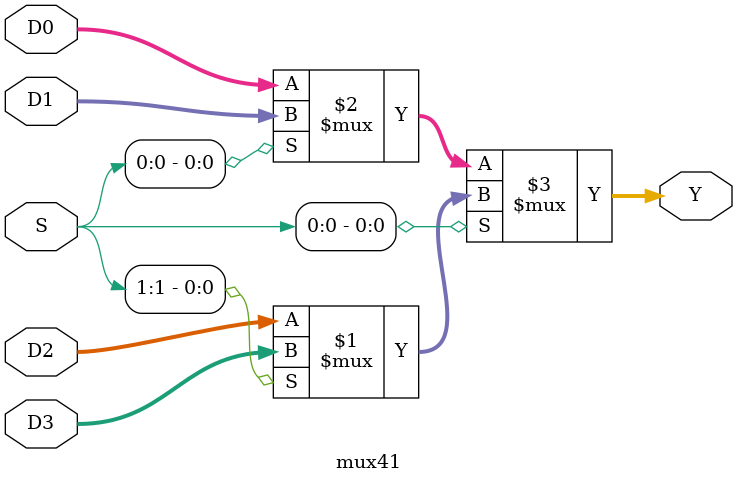
<source format=v>

module mux21(
D0,
D1,
S,
Y
);

parameter WIDTH = 32;

input [WIDTH-1:0] D0;
input [WIDTH-1:0] D1;
input S;
output [WIDTH-1:0] Y;
wire [WIDTH-1:0] D0;
wire [WIDTH-1:0] D1; 
wire S;
wire [WIDTH-1:0] Y;

assign Y = S && D1 || ~S && D0;
endmodule

// Author: David Foster
// Last modified: 7/5/2017
// Module name: mux41
// Module Desc: 4 to 1 32-bit (default) multiplexer
// Inputs: 
//		D0, D1, D2, D3 -  data inputs
//		S - 2 bit select line 
// Outputs: Y -  switched output
// Internal parameters: WIDTH - bit size of inputs/output
// Function: standard MUX

module mux41(
D0,	// input for S = 00
D1, // input for S = 01
D2, // input for S = 10
D3, // input for S = 11
S,  // 2-bit select line
Y	// switched output
);

parameter WIDTH = 32;

input [WIDTH-1:0] D0;
input [WIDTH-1:0] D1;
input [WIDTH-1:0] D2;
input [WIDTH-1:0] D3;  
input [1:0] S;
output [WIDTH-1:0] Y;
wire [WIDTH-1:0] D0;
wire [WIDTH-1:0] D1;
wire [WIDTH-1:0] D2;
wire [WIDTH-1:0] D3;
wire [WIDTH-1:0] Y;
wire [1:0] S;

assign Y = S[0]?(S[1]? D3:D2):(S[0]?D1:D0);
endmodule









</source>
